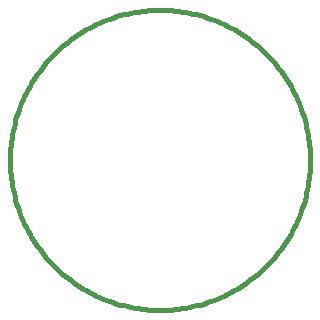
<source format=gto>
G75*
%MOIN*%
%OFA0B0*%
%FSLAX25Y25*%
%IPPOS*%
%LPD*%
%AMOC8*
5,1,8,0,0,1.08239X$1,22.5*
%
%ADD10C,0.01600*%
D10*
X0046300Y0091300D02*
X0046315Y0092527D01*
X0046360Y0093753D01*
X0046435Y0094978D01*
X0046541Y0096201D01*
X0046676Y0097421D01*
X0046841Y0098637D01*
X0047036Y0099848D01*
X0047261Y0101055D01*
X0047515Y0102255D01*
X0047798Y0103449D01*
X0048111Y0104636D01*
X0048453Y0105814D01*
X0048824Y0106984D01*
X0049223Y0108144D01*
X0049650Y0109295D01*
X0050106Y0110434D01*
X0050590Y0111562D01*
X0051101Y0112678D01*
X0051639Y0113781D01*
X0052204Y0114870D01*
X0052796Y0115945D01*
X0053414Y0117005D01*
X0054057Y0118050D01*
X0054727Y0119079D01*
X0055421Y0120090D01*
X0056140Y0121085D01*
X0056883Y0122062D01*
X0057649Y0123020D01*
X0058440Y0123959D01*
X0059252Y0124878D01*
X0060088Y0125777D01*
X0060945Y0126655D01*
X0061823Y0127512D01*
X0062722Y0128348D01*
X0063641Y0129160D01*
X0064580Y0129951D01*
X0065538Y0130717D01*
X0066515Y0131460D01*
X0067510Y0132179D01*
X0068521Y0132873D01*
X0069550Y0133543D01*
X0070595Y0134186D01*
X0071655Y0134804D01*
X0072730Y0135396D01*
X0073819Y0135961D01*
X0074922Y0136499D01*
X0076038Y0137010D01*
X0077166Y0137494D01*
X0078305Y0137950D01*
X0079456Y0138377D01*
X0080616Y0138776D01*
X0081786Y0139147D01*
X0082964Y0139489D01*
X0084151Y0139802D01*
X0085345Y0140085D01*
X0086545Y0140339D01*
X0087752Y0140564D01*
X0088963Y0140759D01*
X0090179Y0140924D01*
X0091399Y0141059D01*
X0092622Y0141165D01*
X0093847Y0141240D01*
X0095073Y0141285D01*
X0096300Y0141300D01*
X0097527Y0141285D01*
X0098753Y0141240D01*
X0099978Y0141165D01*
X0101201Y0141059D01*
X0102421Y0140924D01*
X0103637Y0140759D01*
X0104848Y0140564D01*
X0106055Y0140339D01*
X0107255Y0140085D01*
X0108449Y0139802D01*
X0109636Y0139489D01*
X0110814Y0139147D01*
X0111984Y0138776D01*
X0113144Y0138377D01*
X0114295Y0137950D01*
X0115434Y0137494D01*
X0116562Y0137010D01*
X0117678Y0136499D01*
X0118781Y0135961D01*
X0119870Y0135396D01*
X0120945Y0134804D01*
X0122005Y0134186D01*
X0123050Y0133543D01*
X0124079Y0132873D01*
X0125090Y0132179D01*
X0126085Y0131460D01*
X0127062Y0130717D01*
X0128020Y0129951D01*
X0128959Y0129160D01*
X0129878Y0128348D01*
X0130777Y0127512D01*
X0131655Y0126655D01*
X0132512Y0125777D01*
X0133348Y0124878D01*
X0134160Y0123959D01*
X0134951Y0123020D01*
X0135717Y0122062D01*
X0136460Y0121085D01*
X0137179Y0120090D01*
X0137873Y0119079D01*
X0138543Y0118050D01*
X0139186Y0117005D01*
X0139804Y0115945D01*
X0140396Y0114870D01*
X0140961Y0113781D01*
X0141499Y0112678D01*
X0142010Y0111562D01*
X0142494Y0110434D01*
X0142950Y0109295D01*
X0143377Y0108144D01*
X0143776Y0106984D01*
X0144147Y0105814D01*
X0144489Y0104636D01*
X0144802Y0103449D01*
X0145085Y0102255D01*
X0145339Y0101055D01*
X0145564Y0099848D01*
X0145759Y0098637D01*
X0145924Y0097421D01*
X0146059Y0096201D01*
X0146165Y0094978D01*
X0146240Y0093753D01*
X0146285Y0092527D01*
X0146300Y0091300D01*
X0146285Y0090073D01*
X0146240Y0088847D01*
X0146165Y0087622D01*
X0146059Y0086399D01*
X0145924Y0085179D01*
X0145759Y0083963D01*
X0145564Y0082752D01*
X0145339Y0081545D01*
X0145085Y0080345D01*
X0144802Y0079151D01*
X0144489Y0077964D01*
X0144147Y0076786D01*
X0143776Y0075616D01*
X0143377Y0074456D01*
X0142950Y0073305D01*
X0142494Y0072166D01*
X0142010Y0071038D01*
X0141499Y0069922D01*
X0140961Y0068819D01*
X0140396Y0067730D01*
X0139804Y0066655D01*
X0139186Y0065595D01*
X0138543Y0064550D01*
X0137873Y0063521D01*
X0137179Y0062510D01*
X0136460Y0061515D01*
X0135717Y0060538D01*
X0134951Y0059580D01*
X0134160Y0058641D01*
X0133348Y0057722D01*
X0132512Y0056823D01*
X0131655Y0055945D01*
X0130777Y0055088D01*
X0129878Y0054252D01*
X0128959Y0053440D01*
X0128020Y0052649D01*
X0127062Y0051883D01*
X0126085Y0051140D01*
X0125090Y0050421D01*
X0124079Y0049727D01*
X0123050Y0049057D01*
X0122005Y0048414D01*
X0120945Y0047796D01*
X0119870Y0047204D01*
X0118781Y0046639D01*
X0117678Y0046101D01*
X0116562Y0045590D01*
X0115434Y0045106D01*
X0114295Y0044650D01*
X0113144Y0044223D01*
X0111984Y0043824D01*
X0110814Y0043453D01*
X0109636Y0043111D01*
X0108449Y0042798D01*
X0107255Y0042515D01*
X0106055Y0042261D01*
X0104848Y0042036D01*
X0103637Y0041841D01*
X0102421Y0041676D01*
X0101201Y0041541D01*
X0099978Y0041435D01*
X0098753Y0041360D01*
X0097527Y0041315D01*
X0096300Y0041300D01*
X0095073Y0041315D01*
X0093847Y0041360D01*
X0092622Y0041435D01*
X0091399Y0041541D01*
X0090179Y0041676D01*
X0088963Y0041841D01*
X0087752Y0042036D01*
X0086545Y0042261D01*
X0085345Y0042515D01*
X0084151Y0042798D01*
X0082964Y0043111D01*
X0081786Y0043453D01*
X0080616Y0043824D01*
X0079456Y0044223D01*
X0078305Y0044650D01*
X0077166Y0045106D01*
X0076038Y0045590D01*
X0074922Y0046101D01*
X0073819Y0046639D01*
X0072730Y0047204D01*
X0071655Y0047796D01*
X0070595Y0048414D01*
X0069550Y0049057D01*
X0068521Y0049727D01*
X0067510Y0050421D01*
X0066515Y0051140D01*
X0065538Y0051883D01*
X0064580Y0052649D01*
X0063641Y0053440D01*
X0062722Y0054252D01*
X0061823Y0055088D01*
X0060945Y0055945D01*
X0060088Y0056823D01*
X0059252Y0057722D01*
X0058440Y0058641D01*
X0057649Y0059580D01*
X0056883Y0060538D01*
X0056140Y0061515D01*
X0055421Y0062510D01*
X0054727Y0063521D01*
X0054057Y0064550D01*
X0053414Y0065595D01*
X0052796Y0066655D01*
X0052204Y0067730D01*
X0051639Y0068819D01*
X0051101Y0069922D01*
X0050590Y0071038D01*
X0050106Y0072166D01*
X0049650Y0073305D01*
X0049223Y0074456D01*
X0048824Y0075616D01*
X0048453Y0076786D01*
X0048111Y0077964D01*
X0047798Y0079151D01*
X0047515Y0080345D01*
X0047261Y0081545D01*
X0047036Y0082752D01*
X0046841Y0083963D01*
X0046676Y0085179D01*
X0046541Y0086399D01*
X0046435Y0087622D01*
X0046360Y0088847D01*
X0046315Y0090073D01*
X0046300Y0091300D01*
M02*

</source>
